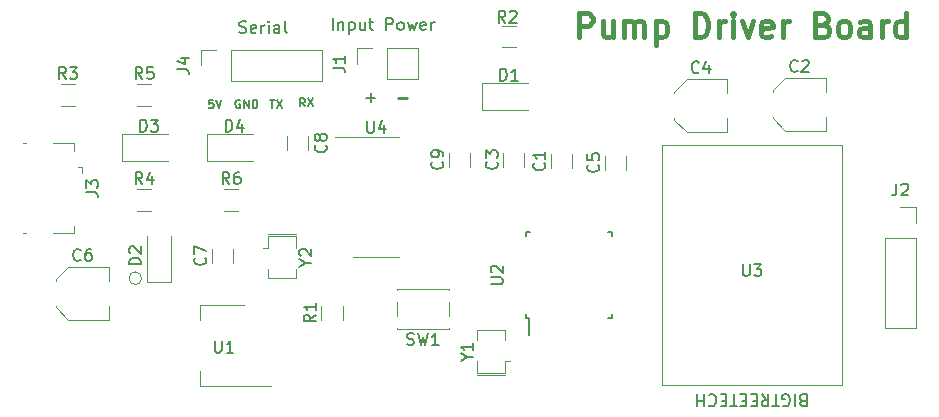
<source format=gbr>
G04 #@! TF.GenerationSoftware,KiCad,Pcbnew,(5.1.5)-3*
G04 #@! TF.CreationDate,2021-01-22T17:28:22+08:00*
G04 #@! TF.ProjectId,Pump_Driver,50756d70-5f44-4726-9976-65722e6b6963,rev?*
G04 #@! TF.SameCoordinates,Original*
G04 #@! TF.FileFunction,Legend,Top*
G04 #@! TF.FilePolarity,Positive*
%FSLAX46Y46*%
G04 Gerber Fmt 4.6, Leading zero omitted, Abs format (unit mm)*
G04 Created by KiCad (PCBNEW (5.1.5)-3) date 2021-01-22 17:28:22*
%MOMM*%
%LPD*%
G04 APERTURE LIST*
%ADD10C,0.120000*%
%ADD11C,0.150000*%
%ADD12C,0.250000*%
%ADD13C,0.200000*%
%ADD14C,0.400000*%
G04 APERTURE END LIST*
D10*
X82580815Y-112014000D02*
G75*
G03X82580815Y-112014000I-538815J0D01*
G01*
D11*
X96403333Y-97471666D02*
X96170000Y-97138333D01*
X96003333Y-97471666D02*
X96003333Y-96771666D01*
X96270000Y-96771666D01*
X96336666Y-96805000D01*
X96370000Y-96838333D01*
X96403333Y-96905000D01*
X96403333Y-97005000D01*
X96370000Y-97071666D01*
X96336666Y-97105000D01*
X96270000Y-97138333D01*
X96003333Y-97138333D01*
X96636666Y-96771666D02*
X97103333Y-97471666D01*
X97103333Y-96771666D02*
X96636666Y-97471666D01*
X93446666Y-96898666D02*
X93846666Y-96898666D01*
X93646666Y-97598666D02*
X93646666Y-96898666D01*
X94013333Y-96898666D02*
X94480000Y-97598666D01*
X94480000Y-96898666D02*
X94013333Y-97598666D01*
X90906666Y-96932000D02*
X90840000Y-96898666D01*
X90740000Y-96898666D01*
X90640000Y-96932000D01*
X90573333Y-96998666D01*
X90540000Y-97065333D01*
X90506666Y-97198666D01*
X90506666Y-97298666D01*
X90540000Y-97432000D01*
X90573333Y-97498666D01*
X90640000Y-97565333D01*
X90740000Y-97598666D01*
X90806666Y-97598666D01*
X90906666Y-97565333D01*
X90940000Y-97532000D01*
X90940000Y-97298666D01*
X90806666Y-97298666D01*
X91240000Y-97598666D02*
X91240000Y-96898666D01*
X91640000Y-97598666D01*
X91640000Y-96898666D01*
X91973333Y-97598666D02*
X91973333Y-96898666D01*
X92140000Y-96898666D01*
X92240000Y-96932000D01*
X92306666Y-96998666D01*
X92340000Y-97065333D01*
X92373333Y-97198666D01*
X92373333Y-97298666D01*
X92340000Y-97432000D01*
X92306666Y-97498666D01*
X92240000Y-97565333D01*
X92140000Y-97598666D01*
X91973333Y-97598666D01*
X88639666Y-96898666D02*
X88306333Y-96898666D01*
X88273000Y-97232000D01*
X88306333Y-97198666D01*
X88373000Y-97165333D01*
X88539666Y-97165333D01*
X88606333Y-97198666D01*
X88639666Y-97232000D01*
X88673000Y-97298666D01*
X88673000Y-97465333D01*
X88639666Y-97532000D01*
X88606333Y-97565333D01*
X88539666Y-97598666D01*
X88373000Y-97598666D01*
X88306333Y-97565333D01*
X88273000Y-97532000D01*
X88873000Y-96898666D02*
X89106333Y-97598666D01*
X89339666Y-96898666D01*
D12*
X104267047Y-96718428D02*
X105028952Y-96718428D01*
D13*
X101600047Y-96718428D02*
X102361952Y-96718428D01*
X101981000Y-97099380D02*
X101981000Y-96337476D01*
D11*
X98758904Y-91003380D02*
X98758904Y-90003380D01*
X99235095Y-90336714D02*
X99235095Y-91003380D01*
X99235095Y-90431952D02*
X99282714Y-90384333D01*
X99377952Y-90336714D01*
X99520809Y-90336714D01*
X99616047Y-90384333D01*
X99663666Y-90479571D01*
X99663666Y-91003380D01*
X100139857Y-90336714D02*
X100139857Y-91336714D01*
X100139857Y-90384333D02*
X100235095Y-90336714D01*
X100425571Y-90336714D01*
X100520809Y-90384333D01*
X100568428Y-90431952D01*
X100616047Y-90527190D01*
X100616047Y-90812904D01*
X100568428Y-90908142D01*
X100520809Y-90955761D01*
X100425571Y-91003380D01*
X100235095Y-91003380D01*
X100139857Y-90955761D01*
X101473190Y-90336714D02*
X101473190Y-91003380D01*
X101044619Y-90336714D02*
X101044619Y-90860523D01*
X101092238Y-90955761D01*
X101187476Y-91003380D01*
X101330333Y-91003380D01*
X101425571Y-90955761D01*
X101473190Y-90908142D01*
X101806523Y-90336714D02*
X102187476Y-90336714D01*
X101949380Y-90003380D02*
X101949380Y-90860523D01*
X101997000Y-90955761D01*
X102092238Y-91003380D01*
X102187476Y-91003380D01*
X103282714Y-91003380D02*
X103282714Y-90003380D01*
X103663666Y-90003380D01*
X103758904Y-90051000D01*
X103806523Y-90098619D01*
X103854142Y-90193857D01*
X103854142Y-90336714D01*
X103806523Y-90431952D01*
X103758904Y-90479571D01*
X103663666Y-90527190D01*
X103282714Y-90527190D01*
X104425571Y-91003380D02*
X104330333Y-90955761D01*
X104282714Y-90908142D01*
X104235095Y-90812904D01*
X104235095Y-90527190D01*
X104282714Y-90431952D01*
X104330333Y-90384333D01*
X104425571Y-90336714D01*
X104568428Y-90336714D01*
X104663666Y-90384333D01*
X104711285Y-90431952D01*
X104758904Y-90527190D01*
X104758904Y-90812904D01*
X104711285Y-90908142D01*
X104663666Y-90955761D01*
X104568428Y-91003380D01*
X104425571Y-91003380D01*
X105092238Y-90336714D02*
X105282714Y-91003380D01*
X105473190Y-90527190D01*
X105663666Y-91003380D01*
X105854142Y-90336714D01*
X106616047Y-90955761D02*
X106520809Y-91003380D01*
X106330333Y-91003380D01*
X106235095Y-90955761D01*
X106187476Y-90860523D01*
X106187476Y-90479571D01*
X106235095Y-90384333D01*
X106330333Y-90336714D01*
X106520809Y-90336714D01*
X106616047Y-90384333D01*
X106663666Y-90479571D01*
X106663666Y-90574809D01*
X106187476Y-90670047D01*
X107092238Y-91003380D02*
X107092238Y-90336714D01*
X107092238Y-90527190D02*
X107139857Y-90431952D01*
X107187476Y-90384333D01*
X107282714Y-90336714D01*
X107377952Y-90336714D01*
D14*
X119619857Y-91582761D02*
X119619857Y-89582761D01*
X120381761Y-89582761D01*
X120572238Y-89678000D01*
X120667476Y-89773238D01*
X120762714Y-89963714D01*
X120762714Y-90249428D01*
X120667476Y-90439904D01*
X120572238Y-90535142D01*
X120381761Y-90630380D01*
X119619857Y-90630380D01*
X122477000Y-90249428D02*
X122477000Y-91582761D01*
X121619857Y-90249428D02*
X121619857Y-91297047D01*
X121715095Y-91487523D01*
X121905571Y-91582761D01*
X122191285Y-91582761D01*
X122381761Y-91487523D01*
X122477000Y-91392285D01*
X123429380Y-91582761D02*
X123429380Y-90249428D01*
X123429380Y-90439904D02*
X123524619Y-90344666D01*
X123715095Y-90249428D01*
X124000809Y-90249428D01*
X124191285Y-90344666D01*
X124286523Y-90535142D01*
X124286523Y-91582761D01*
X124286523Y-90535142D02*
X124381761Y-90344666D01*
X124572238Y-90249428D01*
X124857952Y-90249428D01*
X125048428Y-90344666D01*
X125143666Y-90535142D01*
X125143666Y-91582761D01*
X126096047Y-90249428D02*
X126096047Y-92249428D01*
X126096047Y-90344666D02*
X126286523Y-90249428D01*
X126667476Y-90249428D01*
X126857952Y-90344666D01*
X126953190Y-90439904D01*
X127048428Y-90630380D01*
X127048428Y-91201809D01*
X126953190Y-91392285D01*
X126857952Y-91487523D01*
X126667476Y-91582761D01*
X126286523Y-91582761D01*
X126096047Y-91487523D01*
X129429380Y-91582761D02*
X129429380Y-89582761D01*
X129905571Y-89582761D01*
X130191285Y-89678000D01*
X130381761Y-89868476D01*
X130477000Y-90058952D01*
X130572238Y-90439904D01*
X130572238Y-90725619D01*
X130477000Y-91106571D01*
X130381761Y-91297047D01*
X130191285Y-91487523D01*
X129905571Y-91582761D01*
X129429380Y-91582761D01*
X131429380Y-91582761D02*
X131429380Y-90249428D01*
X131429380Y-90630380D02*
X131524619Y-90439904D01*
X131619857Y-90344666D01*
X131810333Y-90249428D01*
X132000809Y-90249428D01*
X132667476Y-91582761D02*
X132667476Y-90249428D01*
X132667476Y-89582761D02*
X132572238Y-89678000D01*
X132667476Y-89773238D01*
X132762714Y-89678000D01*
X132667476Y-89582761D01*
X132667476Y-89773238D01*
X133429380Y-90249428D02*
X133905571Y-91582761D01*
X134381761Y-90249428D01*
X135905571Y-91487523D02*
X135715095Y-91582761D01*
X135334142Y-91582761D01*
X135143666Y-91487523D01*
X135048428Y-91297047D01*
X135048428Y-90535142D01*
X135143666Y-90344666D01*
X135334142Y-90249428D01*
X135715095Y-90249428D01*
X135905571Y-90344666D01*
X136000809Y-90535142D01*
X136000809Y-90725619D01*
X135048428Y-90916095D01*
X136857952Y-91582761D02*
X136857952Y-90249428D01*
X136857952Y-90630380D02*
X136953190Y-90439904D01*
X137048428Y-90344666D01*
X137238904Y-90249428D01*
X137429380Y-90249428D01*
X140286523Y-90535142D02*
X140572238Y-90630380D01*
X140667476Y-90725619D01*
X140762714Y-90916095D01*
X140762714Y-91201809D01*
X140667476Y-91392285D01*
X140572238Y-91487523D01*
X140381761Y-91582761D01*
X139619857Y-91582761D01*
X139619857Y-89582761D01*
X140286523Y-89582761D01*
X140477000Y-89678000D01*
X140572238Y-89773238D01*
X140667476Y-89963714D01*
X140667476Y-90154190D01*
X140572238Y-90344666D01*
X140477000Y-90439904D01*
X140286523Y-90535142D01*
X139619857Y-90535142D01*
X141905571Y-91582761D02*
X141715095Y-91487523D01*
X141619857Y-91392285D01*
X141524619Y-91201809D01*
X141524619Y-90630380D01*
X141619857Y-90439904D01*
X141715095Y-90344666D01*
X141905571Y-90249428D01*
X142191285Y-90249428D01*
X142381761Y-90344666D01*
X142477000Y-90439904D01*
X142572238Y-90630380D01*
X142572238Y-91201809D01*
X142477000Y-91392285D01*
X142381761Y-91487523D01*
X142191285Y-91582761D01*
X141905571Y-91582761D01*
X144286523Y-91582761D02*
X144286523Y-90535142D01*
X144191285Y-90344666D01*
X144000809Y-90249428D01*
X143619857Y-90249428D01*
X143429380Y-90344666D01*
X144286523Y-91487523D02*
X144096047Y-91582761D01*
X143619857Y-91582761D01*
X143429380Y-91487523D01*
X143334142Y-91297047D01*
X143334142Y-91106571D01*
X143429380Y-90916095D01*
X143619857Y-90820857D01*
X144096047Y-90820857D01*
X144286523Y-90725619D01*
X145238904Y-91582761D02*
X145238904Y-90249428D01*
X145238904Y-90630380D02*
X145334142Y-90439904D01*
X145429380Y-90344666D01*
X145619857Y-90249428D01*
X145810333Y-90249428D01*
X147334142Y-91582761D02*
X147334142Y-89582761D01*
X147334142Y-91487523D02*
X147143666Y-91582761D01*
X146762714Y-91582761D01*
X146572238Y-91487523D01*
X146477000Y-91392285D01*
X146381761Y-91201809D01*
X146381761Y-90630380D01*
X146477000Y-90439904D01*
X146572238Y-90344666D01*
X146762714Y-90249428D01*
X147143666Y-90249428D01*
X147334142Y-90344666D01*
D11*
X90860809Y-91209761D02*
X91003666Y-91257380D01*
X91241761Y-91257380D01*
X91337000Y-91209761D01*
X91384619Y-91162142D01*
X91432238Y-91066904D01*
X91432238Y-90971666D01*
X91384619Y-90876428D01*
X91337000Y-90828809D01*
X91241761Y-90781190D01*
X91051285Y-90733571D01*
X90956047Y-90685952D01*
X90908428Y-90638333D01*
X90860809Y-90543095D01*
X90860809Y-90447857D01*
X90908428Y-90352619D01*
X90956047Y-90305000D01*
X91051285Y-90257380D01*
X91289380Y-90257380D01*
X91432238Y-90305000D01*
X92241761Y-91209761D02*
X92146523Y-91257380D01*
X91956047Y-91257380D01*
X91860809Y-91209761D01*
X91813190Y-91114523D01*
X91813190Y-90733571D01*
X91860809Y-90638333D01*
X91956047Y-90590714D01*
X92146523Y-90590714D01*
X92241761Y-90638333D01*
X92289380Y-90733571D01*
X92289380Y-90828809D01*
X91813190Y-90924047D01*
X92717952Y-91257380D02*
X92717952Y-90590714D01*
X92717952Y-90781190D02*
X92765571Y-90685952D01*
X92813190Y-90638333D01*
X92908428Y-90590714D01*
X93003666Y-90590714D01*
X93337000Y-91257380D02*
X93337000Y-90590714D01*
X93337000Y-90257380D02*
X93289380Y-90305000D01*
X93337000Y-90352619D01*
X93384619Y-90305000D01*
X93337000Y-90257380D01*
X93337000Y-90352619D01*
X94241761Y-91257380D02*
X94241761Y-90733571D01*
X94194142Y-90638333D01*
X94098904Y-90590714D01*
X93908428Y-90590714D01*
X93813190Y-90638333D01*
X94241761Y-91209761D02*
X94146523Y-91257380D01*
X93908428Y-91257380D01*
X93813190Y-91209761D01*
X93765571Y-91114523D01*
X93765571Y-91019285D01*
X93813190Y-90924047D01*
X93908428Y-90876428D01*
X94146523Y-90876428D01*
X94241761Y-90828809D01*
X94860809Y-91257380D02*
X94765571Y-91209761D01*
X94717952Y-91114523D01*
X94717952Y-90257380D01*
X138548523Y-122372428D02*
X138405666Y-122324809D01*
X138358047Y-122277190D01*
X138310428Y-122181952D01*
X138310428Y-122039095D01*
X138358047Y-121943857D01*
X138405666Y-121896238D01*
X138500904Y-121848619D01*
X138881857Y-121848619D01*
X138881857Y-122848619D01*
X138548523Y-122848619D01*
X138453285Y-122801000D01*
X138405666Y-122753380D01*
X138358047Y-122658142D01*
X138358047Y-122562904D01*
X138405666Y-122467666D01*
X138453285Y-122420047D01*
X138548523Y-122372428D01*
X138881857Y-122372428D01*
X137881857Y-121848619D02*
X137881857Y-122848619D01*
X136881857Y-122801000D02*
X136977095Y-122848619D01*
X137119952Y-122848619D01*
X137262809Y-122801000D01*
X137358047Y-122705761D01*
X137405666Y-122610523D01*
X137453285Y-122420047D01*
X137453285Y-122277190D01*
X137405666Y-122086714D01*
X137358047Y-121991476D01*
X137262809Y-121896238D01*
X137119952Y-121848619D01*
X137024714Y-121848619D01*
X136881857Y-121896238D01*
X136834238Y-121943857D01*
X136834238Y-122277190D01*
X137024714Y-122277190D01*
X136548523Y-122848619D02*
X135977095Y-122848619D01*
X136262809Y-121848619D02*
X136262809Y-122848619D01*
X135072333Y-121848619D02*
X135405666Y-122324809D01*
X135643761Y-121848619D02*
X135643761Y-122848619D01*
X135262809Y-122848619D01*
X135167571Y-122801000D01*
X135119952Y-122753380D01*
X135072333Y-122658142D01*
X135072333Y-122515285D01*
X135119952Y-122420047D01*
X135167571Y-122372428D01*
X135262809Y-122324809D01*
X135643761Y-122324809D01*
X134643761Y-122372428D02*
X134310428Y-122372428D01*
X134167571Y-121848619D02*
X134643761Y-121848619D01*
X134643761Y-122848619D01*
X134167571Y-122848619D01*
X133739000Y-122372428D02*
X133405666Y-122372428D01*
X133262809Y-121848619D02*
X133739000Y-121848619D01*
X133739000Y-122848619D01*
X133262809Y-122848619D01*
X132977095Y-122848619D02*
X132405666Y-122848619D01*
X132691380Y-121848619D02*
X132691380Y-122848619D01*
X132072333Y-122372428D02*
X131739000Y-122372428D01*
X131596142Y-121848619D02*
X132072333Y-121848619D01*
X132072333Y-122848619D01*
X131596142Y-122848619D01*
X130596142Y-121943857D02*
X130643761Y-121896238D01*
X130786619Y-121848619D01*
X130881857Y-121848619D01*
X131024714Y-121896238D01*
X131119952Y-121991476D01*
X131167571Y-122086714D01*
X131215190Y-122277190D01*
X131215190Y-122420047D01*
X131167571Y-122610523D01*
X131119952Y-122705761D01*
X131024714Y-122801000D01*
X130881857Y-122848619D01*
X130786619Y-122848619D01*
X130643761Y-122801000D01*
X130596142Y-122753380D01*
X130167571Y-121848619D02*
X130167571Y-122848619D01*
X130167571Y-122372428D02*
X129596142Y-122372428D01*
X129596142Y-121848619D02*
X129596142Y-122848619D01*
D10*
X94848000Y-99978936D02*
X94848000Y-101183064D01*
X96668000Y-99978936D02*
X96668000Y-101183064D01*
X77541000Y-102634000D02*
X77151000Y-102634000D01*
X77541000Y-102634000D02*
X77541000Y-103084000D01*
X76841000Y-108204000D02*
X76841000Y-107554000D01*
X75111000Y-108204000D02*
X76841000Y-108204000D01*
X72541000Y-100584000D02*
X72751000Y-100584000D01*
X72541000Y-108204000D02*
X72751000Y-108204000D01*
X75111000Y-100584000D02*
X76841000Y-100584000D01*
X76841000Y-100584000D02*
X76841000Y-101244000D01*
X141859000Y-121031000D02*
X126619000Y-121031000D01*
X141859000Y-100711000D02*
X141859000Y-121031000D01*
X126619000Y-100711000D02*
X141859000Y-100711000D01*
X126619000Y-121031000D02*
X126619000Y-100711000D01*
X104183000Y-116313000D02*
X108583000Y-116313000D01*
X108583000Y-116313000D02*
X108583000Y-116193000D01*
X108583000Y-115183000D02*
X108583000Y-114043000D01*
X108583000Y-113033000D02*
X108583000Y-112913000D01*
X108583000Y-112913000D02*
X104183000Y-112913000D01*
X104183000Y-112913000D02*
X104183000Y-113033000D01*
X104183000Y-114043000D02*
X104183000Y-115183000D01*
X104183000Y-116193000D02*
X104183000Y-116313000D01*
X119020000Y-102710064D02*
X119020000Y-101505936D01*
X117200000Y-102710064D02*
X117200000Y-101505936D01*
X140539000Y-99542000D02*
X140539000Y-98342000D01*
X140539000Y-95022000D02*
X140539000Y-96222000D01*
X137083437Y-95022000D02*
X140539000Y-95022000D01*
X137083437Y-99542000D02*
X140539000Y-99542000D01*
X136019000Y-98477563D02*
X136019000Y-98342000D01*
X136019000Y-96086437D02*
X136019000Y-96222000D01*
X136019000Y-96086437D02*
X137083437Y-95022000D01*
X136019000Y-98477563D02*
X137083437Y-99542000D01*
X113136000Y-101381936D02*
X113136000Y-102586064D01*
X114956000Y-101381936D02*
X114956000Y-102586064D01*
X132181000Y-99669000D02*
X132181000Y-98469000D01*
X132181000Y-95149000D02*
X132181000Y-96349000D01*
X128725437Y-95149000D02*
X132181000Y-95149000D01*
X128725437Y-99669000D02*
X132181000Y-99669000D01*
X127661000Y-98604563D02*
X127661000Y-98469000D01*
X127661000Y-96213437D02*
X127661000Y-96349000D01*
X127661000Y-96213437D02*
X128725437Y-95149000D01*
X127661000Y-98604563D02*
X128725437Y-99669000D01*
X121772000Y-102834064D02*
X121772000Y-101629936D01*
X123592000Y-102834064D02*
X123592000Y-101629936D01*
X75313000Y-114479563D02*
X76377437Y-115544000D01*
X75313000Y-112088437D02*
X76377437Y-111024000D01*
X75313000Y-112088437D02*
X75313000Y-112224000D01*
X75313000Y-114479563D02*
X75313000Y-114344000D01*
X76377437Y-115544000D02*
X79833000Y-115544000D01*
X76377437Y-111024000D02*
X79833000Y-111024000D01*
X79833000Y-111024000D02*
X79833000Y-112224000D01*
X79833000Y-115544000D02*
X79833000Y-114344000D01*
X88498000Y-110714064D02*
X88498000Y-109509936D01*
X90318000Y-110714064D02*
X90318000Y-109509936D01*
X108564000Y-102586064D02*
X108564000Y-101381936D01*
X110384000Y-102586064D02*
X110384000Y-101381936D01*
X115262000Y-95512000D02*
X111377000Y-95512000D01*
X111377000Y-95512000D02*
X111377000Y-97782000D01*
X111377000Y-97782000D02*
X115262000Y-97782000D01*
X83074000Y-112360000D02*
X85074000Y-112360000D01*
X85074000Y-112360000D02*
X85074000Y-108460000D01*
X83074000Y-112360000D02*
X83074000Y-108460000D01*
X80900000Y-102100000D02*
X84785000Y-102100000D01*
X80900000Y-99830000D02*
X80900000Y-102100000D01*
X84785000Y-99830000D02*
X80900000Y-99830000D01*
X92021000Y-99830000D02*
X88136000Y-99830000D01*
X88136000Y-99830000D02*
X88136000Y-102100000D01*
X88136000Y-102100000D02*
X92021000Y-102100000D01*
X103378000Y-95183000D02*
X103378000Y-92523000D01*
X103378000Y-95183000D02*
X105978000Y-95183000D01*
X105978000Y-95183000D02*
X105978000Y-92523000D01*
X103378000Y-92523000D02*
X105978000Y-92523000D01*
X100778000Y-92523000D02*
X102108000Y-92523000D01*
X100778000Y-93853000D02*
X100778000Y-92523000D01*
X145482000Y-108585000D02*
X148142000Y-108585000D01*
X145482000Y-108585000D02*
X145482000Y-116265000D01*
X145482000Y-116265000D02*
X148142000Y-116265000D01*
X148142000Y-108585000D02*
X148142000Y-116265000D01*
X148142000Y-105985000D02*
X148142000Y-107315000D01*
X146812000Y-105985000D02*
X148142000Y-105985000D01*
X87570000Y-93980000D02*
X87570000Y-92650000D01*
X87570000Y-92650000D02*
X88900000Y-92650000D01*
X90170000Y-92650000D02*
X97850000Y-92650000D01*
X97850000Y-95310000D02*
X97850000Y-92650000D01*
X90170000Y-95310000D02*
X97850000Y-95310000D01*
X90170000Y-95310000D02*
X90170000Y-92650000D01*
X97769000Y-115534064D02*
X97769000Y-114329936D01*
X99589000Y-115534064D02*
X99589000Y-114329936D01*
X113059936Y-92477000D02*
X114264064Y-92477000D01*
X113059936Y-90657000D02*
X114264064Y-90657000D01*
X75721936Y-95610000D02*
X76926064Y-95610000D01*
X75721936Y-97430000D02*
X76926064Y-97430000D01*
X82198936Y-106320000D02*
X83403064Y-106320000D01*
X82198936Y-104500000D02*
X83403064Y-104500000D01*
X82201936Y-97430000D02*
X83406064Y-97430000D01*
X82201936Y-95610000D02*
X83406064Y-95610000D01*
X89564936Y-104500000D02*
X90769064Y-104500000D01*
X89564936Y-106320000D02*
X90769064Y-106320000D01*
X87498000Y-114319000D02*
X87498000Y-115579000D01*
X87498000Y-121139000D02*
X87498000Y-119879000D01*
X91258000Y-114319000D02*
X87498000Y-114319000D01*
X93508000Y-121139000D02*
X87498000Y-121139000D01*
D11*
X115120000Y-115385000D02*
X115345000Y-115385000D01*
X115120000Y-108135000D02*
X115445000Y-108135000D01*
X122370000Y-108135000D02*
X122045000Y-108135000D01*
X122370000Y-115385000D02*
X122045000Y-115385000D01*
X115120000Y-115385000D02*
X115120000Y-115060000D01*
X122370000Y-115385000D02*
X122370000Y-115060000D01*
X122370000Y-108135000D02*
X122370000Y-108460000D01*
X115120000Y-108135000D02*
X115120000Y-108460000D01*
X115345000Y-115385000D02*
X115345000Y-116810000D01*
D10*
X102427000Y-110216000D02*
X104377000Y-110216000D01*
X102427000Y-110216000D02*
X100477000Y-110216000D01*
X102427000Y-100096000D02*
X104377000Y-100096000D01*
X102427000Y-100096000D02*
X98977000Y-100096000D01*
X112941000Y-120237000D02*
X113341000Y-120237000D01*
X112941000Y-120037000D02*
X113341000Y-120037000D01*
X112941000Y-116437000D02*
X113341000Y-116437000D01*
X110941000Y-120237000D02*
X112941000Y-120237000D01*
X113341000Y-119037000D02*
X113741000Y-119037000D01*
X113341000Y-119037000D02*
X113341000Y-120037000D01*
X112941000Y-120037000D02*
X110941000Y-120037000D01*
X110941000Y-120037000D02*
X110941000Y-119037000D01*
X110941000Y-117237000D02*
X110941000Y-116437000D01*
X110941000Y-116437000D02*
X112941000Y-116437000D01*
X113341000Y-116437000D02*
X113341000Y-117237000D01*
X93288000Y-112036000D02*
X93288000Y-111236000D01*
X95688000Y-112036000D02*
X93688000Y-112036000D01*
X95688000Y-111236000D02*
X95688000Y-112036000D01*
X95688000Y-108436000D02*
X95688000Y-109436000D01*
X93688000Y-108436000D02*
X95688000Y-108436000D01*
X93288000Y-109436000D02*
X93288000Y-108436000D01*
X93288000Y-109436000D02*
X92888000Y-109436000D01*
X95688000Y-108236000D02*
X93688000Y-108236000D01*
X93688000Y-112036000D02*
X93288000Y-112036000D01*
X93688000Y-108436000D02*
X93288000Y-108436000D01*
X93688000Y-108236000D02*
X93288000Y-108236000D01*
D11*
X98147142Y-100747666D02*
X98194761Y-100795285D01*
X98242380Y-100938142D01*
X98242380Y-101033380D01*
X98194761Y-101176238D01*
X98099523Y-101271476D01*
X98004285Y-101319095D01*
X97813809Y-101366714D01*
X97670952Y-101366714D01*
X97480476Y-101319095D01*
X97385238Y-101271476D01*
X97290000Y-101176238D01*
X97242380Y-101033380D01*
X97242380Y-100938142D01*
X97290000Y-100795285D01*
X97337619Y-100747666D01*
X97670952Y-100176238D02*
X97623333Y-100271476D01*
X97575714Y-100319095D01*
X97480476Y-100366714D01*
X97432857Y-100366714D01*
X97337619Y-100319095D01*
X97290000Y-100271476D01*
X97242380Y-100176238D01*
X97242380Y-99985761D01*
X97290000Y-99890523D01*
X97337619Y-99842904D01*
X97432857Y-99795285D01*
X97480476Y-99795285D01*
X97575714Y-99842904D01*
X97623333Y-99890523D01*
X97670952Y-99985761D01*
X97670952Y-100176238D01*
X97718571Y-100271476D01*
X97766190Y-100319095D01*
X97861428Y-100366714D01*
X98051904Y-100366714D01*
X98147142Y-100319095D01*
X98194761Y-100271476D01*
X98242380Y-100176238D01*
X98242380Y-99985761D01*
X98194761Y-99890523D01*
X98147142Y-99842904D01*
X98051904Y-99795285D01*
X97861428Y-99795285D01*
X97766190Y-99842904D01*
X97718571Y-99890523D01*
X97670952Y-99985761D01*
X77883380Y-104727333D02*
X78597666Y-104727333D01*
X78740523Y-104774952D01*
X78835761Y-104870190D01*
X78883380Y-105013047D01*
X78883380Y-105108285D01*
X77883380Y-104346380D02*
X77883380Y-103727333D01*
X78264333Y-104060666D01*
X78264333Y-103917809D01*
X78311952Y-103822571D01*
X78359571Y-103774952D01*
X78454809Y-103727333D01*
X78692904Y-103727333D01*
X78788142Y-103774952D01*
X78835761Y-103822571D01*
X78883380Y-103917809D01*
X78883380Y-104203523D01*
X78835761Y-104298761D01*
X78788142Y-104346380D01*
X133477095Y-110831380D02*
X133477095Y-111640904D01*
X133524714Y-111736142D01*
X133572333Y-111783761D01*
X133667571Y-111831380D01*
X133858047Y-111831380D01*
X133953285Y-111783761D01*
X134000904Y-111736142D01*
X134048523Y-111640904D01*
X134048523Y-110831380D01*
X134429476Y-110831380D02*
X135048523Y-110831380D01*
X134715190Y-111212333D01*
X134858047Y-111212333D01*
X134953285Y-111259952D01*
X135000904Y-111307571D01*
X135048523Y-111402809D01*
X135048523Y-111640904D01*
X135000904Y-111736142D01*
X134953285Y-111783761D01*
X134858047Y-111831380D01*
X134572333Y-111831380D01*
X134477095Y-111783761D01*
X134429476Y-111736142D01*
X105049666Y-117617761D02*
X105192523Y-117665380D01*
X105430619Y-117665380D01*
X105525857Y-117617761D01*
X105573476Y-117570142D01*
X105621095Y-117474904D01*
X105621095Y-117379666D01*
X105573476Y-117284428D01*
X105525857Y-117236809D01*
X105430619Y-117189190D01*
X105240142Y-117141571D01*
X105144904Y-117093952D01*
X105097285Y-117046333D01*
X105049666Y-116951095D01*
X105049666Y-116855857D01*
X105097285Y-116760619D01*
X105144904Y-116713000D01*
X105240142Y-116665380D01*
X105478238Y-116665380D01*
X105621095Y-116713000D01*
X105954428Y-116665380D02*
X106192523Y-117665380D01*
X106383000Y-116951095D01*
X106573476Y-117665380D01*
X106811571Y-116665380D01*
X107716333Y-117665380D02*
X107144904Y-117665380D01*
X107430619Y-117665380D02*
X107430619Y-116665380D01*
X107335380Y-116808238D01*
X107240142Y-116903476D01*
X107144904Y-116951095D01*
X116647142Y-102274666D02*
X116694761Y-102322285D01*
X116742380Y-102465142D01*
X116742380Y-102560380D01*
X116694761Y-102703238D01*
X116599523Y-102798476D01*
X116504285Y-102846095D01*
X116313809Y-102893714D01*
X116170952Y-102893714D01*
X115980476Y-102846095D01*
X115885238Y-102798476D01*
X115790000Y-102703238D01*
X115742380Y-102560380D01*
X115742380Y-102465142D01*
X115790000Y-102322285D01*
X115837619Y-102274666D01*
X116742380Y-101322285D02*
X116742380Y-101893714D01*
X116742380Y-101608000D02*
X115742380Y-101608000D01*
X115885238Y-101703238D01*
X115980476Y-101798476D01*
X116028095Y-101893714D01*
X138112333Y-94439142D02*
X138064714Y-94486761D01*
X137921857Y-94534380D01*
X137826619Y-94534380D01*
X137683761Y-94486761D01*
X137588523Y-94391523D01*
X137540904Y-94296285D01*
X137493285Y-94105809D01*
X137493285Y-93962952D01*
X137540904Y-93772476D01*
X137588523Y-93677238D01*
X137683761Y-93582000D01*
X137826619Y-93534380D01*
X137921857Y-93534380D01*
X138064714Y-93582000D01*
X138112333Y-93629619D01*
X138493285Y-93629619D02*
X138540904Y-93582000D01*
X138636142Y-93534380D01*
X138874238Y-93534380D01*
X138969476Y-93582000D01*
X139017095Y-93629619D01*
X139064714Y-93724857D01*
X139064714Y-93820095D01*
X139017095Y-93962952D01*
X138445666Y-94534380D01*
X139064714Y-94534380D01*
X112625142Y-102147666D02*
X112672761Y-102195285D01*
X112720380Y-102338142D01*
X112720380Y-102433380D01*
X112672761Y-102576238D01*
X112577523Y-102671476D01*
X112482285Y-102719095D01*
X112291809Y-102766714D01*
X112148952Y-102766714D01*
X111958476Y-102719095D01*
X111863238Y-102671476D01*
X111768000Y-102576238D01*
X111720380Y-102433380D01*
X111720380Y-102338142D01*
X111768000Y-102195285D01*
X111815619Y-102147666D01*
X111720380Y-101814333D02*
X111720380Y-101195285D01*
X112101333Y-101528619D01*
X112101333Y-101385761D01*
X112148952Y-101290523D01*
X112196571Y-101242904D01*
X112291809Y-101195285D01*
X112529904Y-101195285D01*
X112625142Y-101242904D01*
X112672761Y-101290523D01*
X112720380Y-101385761D01*
X112720380Y-101671476D01*
X112672761Y-101766714D01*
X112625142Y-101814333D01*
X129754333Y-94566142D02*
X129706714Y-94613761D01*
X129563857Y-94661380D01*
X129468619Y-94661380D01*
X129325761Y-94613761D01*
X129230523Y-94518523D01*
X129182904Y-94423285D01*
X129135285Y-94232809D01*
X129135285Y-94089952D01*
X129182904Y-93899476D01*
X129230523Y-93804238D01*
X129325761Y-93709000D01*
X129468619Y-93661380D01*
X129563857Y-93661380D01*
X129706714Y-93709000D01*
X129754333Y-93756619D01*
X130611476Y-93994714D02*
X130611476Y-94661380D01*
X130373380Y-93613761D02*
X130135285Y-94328047D01*
X130754333Y-94328047D01*
X121219142Y-102398666D02*
X121266761Y-102446285D01*
X121314380Y-102589142D01*
X121314380Y-102684380D01*
X121266761Y-102827238D01*
X121171523Y-102922476D01*
X121076285Y-102970095D01*
X120885809Y-103017714D01*
X120742952Y-103017714D01*
X120552476Y-102970095D01*
X120457238Y-102922476D01*
X120362000Y-102827238D01*
X120314380Y-102684380D01*
X120314380Y-102589142D01*
X120362000Y-102446285D01*
X120409619Y-102398666D01*
X120314380Y-101493904D02*
X120314380Y-101970095D01*
X120790571Y-102017714D01*
X120742952Y-101970095D01*
X120695333Y-101874857D01*
X120695333Y-101636761D01*
X120742952Y-101541523D01*
X120790571Y-101493904D01*
X120885809Y-101446285D01*
X121123904Y-101446285D01*
X121219142Y-101493904D01*
X121266761Y-101541523D01*
X121314380Y-101636761D01*
X121314380Y-101874857D01*
X121266761Y-101970095D01*
X121219142Y-102017714D01*
X77406333Y-110441142D02*
X77358714Y-110488761D01*
X77215857Y-110536380D01*
X77120619Y-110536380D01*
X76977761Y-110488761D01*
X76882523Y-110393523D01*
X76834904Y-110298285D01*
X76787285Y-110107809D01*
X76787285Y-109964952D01*
X76834904Y-109774476D01*
X76882523Y-109679238D01*
X76977761Y-109584000D01*
X77120619Y-109536380D01*
X77215857Y-109536380D01*
X77358714Y-109584000D01*
X77406333Y-109631619D01*
X78263476Y-109536380D02*
X78073000Y-109536380D01*
X77977761Y-109584000D01*
X77930142Y-109631619D01*
X77834904Y-109774476D01*
X77787285Y-109964952D01*
X77787285Y-110345904D01*
X77834904Y-110441142D01*
X77882523Y-110488761D01*
X77977761Y-110536380D01*
X78168238Y-110536380D01*
X78263476Y-110488761D01*
X78311095Y-110441142D01*
X78358714Y-110345904D01*
X78358714Y-110107809D01*
X78311095Y-110012571D01*
X78263476Y-109964952D01*
X78168238Y-109917333D01*
X77977761Y-109917333D01*
X77882523Y-109964952D01*
X77834904Y-110012571D01*
X77787285Y-110107809D01*
X87945142Y-110278666D02*
X87992761Y-110326285D01*
X88040380Y-110469142D01*
X88040380Y-110564380D01*
X87992761Y-110707238D01*
X87897523Y-110802476D01*
X87802285Y-110850095D01*
X87611809Y-110897714D01*
X87468952Y-110897714D01*
X87278476Y-110850095D01*
X87183238Y-110802476D01*
X87088000Y-110707238D01*
X87040380Y-110564380D01*
X87040380Y-110469142D01*
X87088000Y-110326285D01*
X87135619Y-110278666D01*
X87040380Y-109945333D02*
X87040380Y-109278666D01*
X88040380Y-109707238D01*
X108011142Y-102150666D02*
X108058761Y-102198285D01*
X108106380Y-102341142D01*
X108106380Y-102436380D01*
X108058761Y-102579238D01*
X107963523Y-102674476D01*
X107868285Y-102722095D01*
X107677809Y-102769714D01*
X107534952Y-102769714D01*
X107344476Y-102722095D01*
X107249238Y-102674476D01*
X107154000Y-102579238D01*
X107106380Y-102436380D01*
X107106380Y-102341142D01*
X107154000Y-102198285D01*
X107201619Y-102150666D01*
X108106380Y-101674476D02*
X108106380Y-101484000D01*
X108058761Y-101388761D01*
X108011142Y-101341142D01*
X107868285Y-101245904D01*
X107677809Y-101198285D01*
X107296857Y-101198285D01*
X107201619Y-101245904D01*
X107154000Y-101293523D01*
X107106380Y-101388761D01*
X107106380Y-101579238D01*
X107154000Y-101674476D01*
X107201619Y-101722095D01*
X107296857Y-101769714D01*
X107534952Y-101769714D01*
X107630190Y-101722095D01*
X107677809Y-101674476D01*
X107725428Y-101579238D01*
X107725428Y-101388761D01*
X107677809Y-101293523D01*
X107630190Y-101245904D01*
X107534952Y-101198285D01*
X112923904Y-95279380D02*
X112923904Y-94279380D01*
X113162000Y-94279380D01*
X113304857Y-94327000D01*
X113400095Y-94422238D01*
X113447714Y-94517476D01*
X113495333Y-94707952D01*
X113495333Y-94850809D01*
X113447714Y-95041285D01*
X113400095Y-95136523D01*
X113304857Y-95231761D01*
X113162000Y-95279380D01*
X112923904Y-95279380D01*
X114447714Y-95279380D02*
X113876285Y-95279380D01*
X114162000Y-95279380D02*
X114162000Y-94279380D01*
X114066761Y-94422238D01*
X113971523Y-94517476D01*
X113876285Y-94565095D01*
X82526380Y-110848095D02*
X81526380Y-110848095D01*
X81526380Y-110610000D01*
X81574000Y-110467142D01*
X81669238Y-110371904D01*
X81764476Y-110324285D01*
X81954952Y-110276666D01*
X82097809Y-110276666D01*
X82288285Y-110324285D01*
X82383523Y-110371904D01*
X82478761Y-110467142D01*
X82526380Y-110610000D01*
X82526380Y-110848095D01*
X81621619Y-109895714D02*
X81574000Y-109848095D01*
X81526380Y-109752857D01*
X81526380Y-109514761D01*
X81574000Y-109419523D01*
X81621619Y-109371904D01*
X81716857Y-109324285D01*
X81812095Y-109324285D01*
X81954952Y-109371904D01*
X82526380Y-109943333D01*
X82526380Y-109324285D01*
X82446904Y-99597380D02*
X82446904Y-98597380D01*
X82685000Y-98597380D01*
X82827857Y-98645000D01*
X82923095Y-98740238D01*
X82970714Y-98835476D01*
X83018333Y-99025952D01*
X83018333Y-99168809D01*
X82970714Y-99359285D01*
X82923095Y-99454523D01*
X82827857Y-99549761D01*
X82685000Y-99597380D01*
X82446904Y-99597380D01*
X83351666Y-98597380D02*
X83970714Y-98597380D01*
X83637380Y-98978333D01*
X83780238Y-98978333D01*
X83875476Y-99025952D01*
X83923095Y-99073571D01*
X83970714Y-99168809D01*
X83970714Y-99406904D01*
X83923095Y-99502142D01*
X83875476Y-99549761D01*
X83780238Y-99597380D01*
X83494523Y-99597380D01*
X83399285Y-99549761D01*
X83351666Y-99502142D01*
X89682904Y-99597380D02*
X89682904Y-98597380D01*
X89921000Y-98597380D01*
X90063857Y-98645000D01*
X90159095Y-98740238D01*
X90206714Y-98835476D01*
X90254333Y-99025952D01*
X90254333Y-99168809D01*
X90206714Y-99359285D01*
X90159095Y-99454523D01*
X90063857Y-99549761D01*
X89921000Y-99597380D01*
X89682904Y-99597380D01*
X91111476Y-98930714D02*
X91111476Y-99597380D01*
X90873380Y-98549761D02*
X90635285Y-99264047D01*
X91254333Y-99264047D01*
X98790380Y-94186333D02*
X99504666Y-94186333D01*
X99647523Y-94233952D01*
X99742761Y-94329190D01*
X99790380Y-94472047D01*
X99790380Y-94567285D01*
X99790380Y-93186333D02*
X99790380Y-93757761D01*
X99790380Y-93472047D02*
X98790380Y-93472047D01*
X98933238Y-93567285D01*
X99028476Y-93662523D01*
X99076095Y-93757761D01*
X146478666Y-103997380D02*
X146478666Y-104711666D01*
X146431047Y-104854523D01*
X146335809Y-104949761D01*
X146192952Y-104997380D01*
X146097714Y-104997380D01*
X146907238Y-104092619D02*
X146954857Y-104045000D01*
X147050095Y-103997380D01*
X147288190Y-103997380D01*
X147383428Y-104045000D01*
X147431047Y-104092619D01*
X147478666Y-104187857D01*
X147478666Y-104283095D01*
X147431047Y-104425952D01*
X146859619Y-104997380D01*
X147478666Y-104997380D01*
X85582380Y-94313333D02*
X86296666Y-94313333D01*
X86439523Y-94360952D01*
X86534761Y-94456190D01*
X86582380Y-94599047D01*
X86582380Y-94694285D01*
X85915714Y-93408571D02*
X86582380Y-93408571D01*
X85534761Y-93646666D02*
X86249047Y-93884761D01*
X86249047Y-93265714D01*
X97311380Y-115098666D02*
X96835190Y-115432000D01*
X97311380Y-115670095D02*
X96311380Y-115670095D01*
X96311380Y-115289142D01*
X96359000Y-115193904D01*
X96406619Y-115146285D01*
X96501857Y-115098666D01*
X96644714Y-115098666D01*
X96739952Y-115146285D01*
X96787571Y-115193904D01*
X96835190Y-115289142D01*
X96835190Y-115670095D01*
X97311380Y-114146285D02*
X97311380Y-114717714D01*
X97311380Y-114432000D02*
X96311380Y-114432000D01*
X96454238Y-114527238D01*
X96549476Y-114622476D01*
X96597095Y-114717714D01*
X113371333Y-90368380D02*
X113038000Y-89892190D01*
X112799904Y-90368380D02*
X112799904Y-89368380D01*
X113180857Y-89368380D01*
X113276095Y-89416000D01*
X113323714Y-89463619D01*
X113371333Y-89558857D01*
X113371333Y-89701714D01*
X113323714Y-89796952D01*
X113276095Y-89844571D01*
X113180857Y-89892190D01*
X112799904Y-89892190D01*
X113752285Y-89463619D02*
X113799904Y-89416000D01*
X113895142Y-89368380D01*
X114133238Y-89368380D01*
X114228476Y-89416000D01*
X114276095Y-89463619D01*
X114323714Y-89558857D01*
X114323714Y-89654095D01*
X114276095Y-89796952D01*
X113704666Y-90368380D01*
X114323714Y-90368380D01*
X76157333Y-95152380D02*
X75824000Y-94676190D01*
X75585904Y-95152380D02*
X75585904Y-94152380D01*
X75966857Y-94152380D01*
X76062095Y-94200000D01*
X76109714Y-94247619D01*
X76157333Y-94342857D01*
X76157333Y-94485714D01*
X76109714Y-94580952D01*
X76062095Y-94628571D01*
X75966857Y-94676190D01*
X75585904Y-94676190D01*
X76490666Y-94152380D02*
X77109714Y-94152380D01*
X76776380Y-94533333D01*
X76919238Y-94533333D01*
X77014476Y-94580952D01*
X77062095Y-94628571D01*
X77109714Y-94723809D01*
X77109714Y-94961904D01*
X77062095Y-95057142D01*
X77014476Y-95104761D01*
X76919238Y-95152380D01*
X76633523Y-95152380D01*
X76538285Y-95104761D01*
X76490666Y-95057142D01*
X82634333Y-104042380D02*
X82301000Y-103566190D01*
X82062904Y-104042380D02*
X82062904Y-103042380D01*
X82443857Y-103042380D01*
X82539095Y-103090000D01*
X82586714Y-103137619D01*
X82634333Y-103232857D01*
X82634333Y-103375714D01*
X82586714Y-103470952D01*
X82539095Y-103518571D01*
X82443857Y-103566190D01*
X82062904Y-103566190D01*
X83491476Y-103375714D02*
X83491476Y-104042380D01*
X83253380Y-102994761D02*
X83015285Y-103709047D01*
X83634333Y-103709047D01*
X82637333Y-95152380D02*
X82304000Y-94676190D01*
X82065904Y-95152380D02*
X82065904Y-94152380D01*
X82446857Y-94152380D01*
X82542095Y-94200000D01*
X82589714Y-94247619D01*
X82637333Y-94342857D01*
X82637333Y-94485714D01*
X82589714Y-94580952D01*
X82542095Y-94628571D01*
X82446857Y-94676190D01*
X82065904Y-94676190D01*
X83542095Y-94152380D02*
X83065904Y-94152380D01*
X83018285Y-94628571D01*
X83065904Y-94580952D01*
X83161142Y-94533333D01*
X83399238Y-94533333D01*
X83494476Y-94580952D01*
X83542095Y-94628571D01*
X83589714Y-94723809D01*
X83589714Y-94961904D01*
X83542095Y-95057142D01*
X83494476Y-95104761D01*
X83399238Y-95152380D01*
X83161142Y-95152380D01*
X83065904Y-95104761D01*
X83018285Y-95057142D01*
X90000333Y-104042380D02*
X89667000Y-103566190D01*
X89428904Y-104042380D02*
X89428904Y-103042380D01*
X89809857Y-103042380D01*
X89905095Y-103090000D01*
X89952714Y-103137619D01*
X90000333Y-103232857D01*
X90000333Y-103375714D01*
X89952714Y-103470952D01*
X89905095Y-103518571D01*
X89809857Y-103566190D01*
X89428904Y-103566190D01*
X90857476Y-103042380D02*
X90667000Y-103042380D01*
X90571761Y-103090000D01*
X90524142Y-103137619D01*
X90428904Y-103280476D01*
X90381285Y-103470952D01*
X90381285Y-103851904D01*
X90428904Y-103947142D01*
X90476523Y-103994761D01*
X90571761Y-104042380D01*
X90762238Y-104042380D01*
X90857476Y-103994761D01*
X90905095Y-103947142D01*
X90952714Y-103851904D01*
X90952714Y-103613809D01*
X90905095Y-103518571D01*
X90857476Y-103470952D01*
X90762238Y-103423333D01*
X90571761Y-103423333D01*
X90476523Y-103470952D01*
X90428904Y-103518571D01*
X90381285Y-103613809D01*
X88773095Y-117308380D02*
X88773095Y-118117904D01*
X88820714Y-118213142D01*
X88868333Y-118260761D01*
X88963571Y-118308380D01*
X89154047Y-118308380D01*
X89249285Y-118260761D01*
X89296904Y-118213142D01*
X89344523Y-118117904D01*
X89344523Y-117308380D01*
X90344523Y-118308380D02*
X89773095Y-118308380D01*
X90058809Y-118308380D02*
X90058809Y-117308380D01*
X89963571Y-117451238D01*
X89868333Y-117546476D01*
X89773095Y-117594095D01*
X112147380Y-112521904D02*
X112956904Y-112521904D01*
X113052142Y-112474285D01*
X113099761Y-112426666D01*
X113147380Y-112331428D01*
X113147380Y-112140952D01*
X113099761Y-112045714D01*
X113052142Y-111998095D01*
X112956904Y-111950476D01*
X112147380Y-111950476D01*
X112242619Y-111521904D02*
X112195000Y-111474285D01*
X112147380Y-111379047D01*
X112147380Y-111140952D01*
X112195000Y-111045714D01*
X112242619Y-110998095D01*
X112337857Y-110950476D01*
X112433095Y-110950476D01*
X112575952Y-110998095D01*
X113147380Y-111569523D01*
X113147380Y-110950476D01*
X101665095Y-98708380D02*
X101665095Y-99517904D01*
X101712714Y-99613142D01*
X101760333Y-99660761D01*
X101855571Y-99708380D01*
X102046047Y-99708380D01*
X102141285Y-99660761D01*
X102188904Y-99613142D01*
X102236523Y-99517904D01*
X102236523Y-98708380D01*
X103141285Y-99041714D02*
X103141285Y-99708380D01*
X102903190Y-98660761D02*
X102665095Y-99375047D01*
X103284142Y-99375047D01*
X110117190Y-118713190D02*
X110593380Y-118713190D01*
X109593380Y-119046523D02*
X110117190Y-118713190D01*
X109593380Y-118379857D01*
X110593380Y-117522714D02*
X110593380Y-118094142D01*
X110593380Y-117808428D02*
X109593380Y-117808428D01*
X109736238Y-117903666D01*
X109831476Y-117998904D01*
X109879095Y-118094142D01*
X96464190Y-110712190D02*
X96940380Y-110712190D01*
X95940380Y-111045523D02*
X96464190Y-110712190D01*
X95940380Y-110378857D01*
X96035619Y-110093142D02*
X95988000Y-110045523D01*
X95940380Y-109950285D01*
X95940380Y-109712190D01*
X95988000Y-109616952D01*
X96035619Y-109569333D01*
X96130857Y-109521714D01*
X96226095Y-109521714D01*
X96368952Y-109569333D01*
X96940380Y-110140761D01*
X96940380Y-109521714D01*
M02*

</source>
